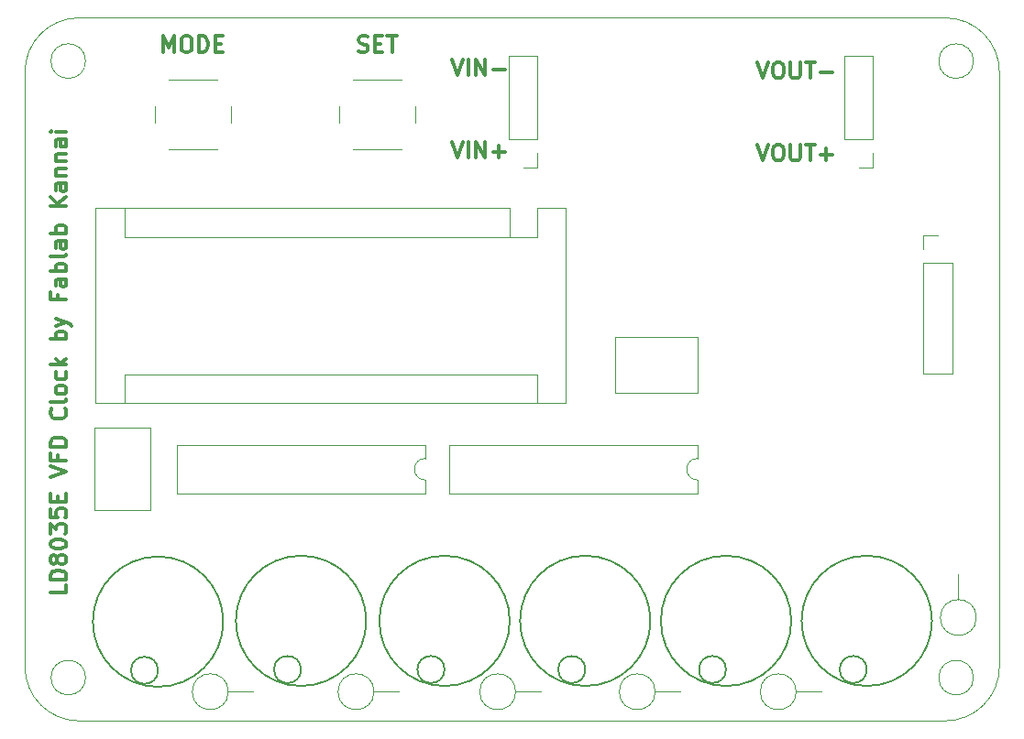
<source format=gto>
G04 #@! TF.FileFunction,Legend,Top*
%FSLAX46Y46*%
G04 Gerber Fmt 4.6, Leading zero omitted, Abs format (unit mm)*
G04 Created by KiCad (PCBNEW 4.0.6) date 07/11/18 12:50:33*
%MOMM*%
%LPD*%
G01*
G04 APERTURE LIST*
%ADD10C,0.100000*%
%ADD11C,0.300000*%
%ADD12C,0.120000*%
%ADD13C,0.150000*%
G04 APERTURE END LIST*
D10*
D11*
X105326571Y-136431141D02*
X105326571Y-137145427D01*
X103826571Y-137145427D01*
X105326571Y-135931141D02*
X103826571Y-135931141D01*
X103826571Y-135573998D01*
X103898000Y-135359713D01*
X104040857Y-135216855D01*
X104183714Y-135145427D01*
X104469429Y-135073998D01*
X104683714Y-135073998D01*
X104969429Y-135145427D01*
X105112286Y-135216855D01*
X105255143Y-135359713D01*
X105326571Y-135573998D01*
X105326571Y-135931141D01*
X104469429Y-134216855D02*
X104398000Y-134359713D01*
X104326571Y-134431141D01*
X104183714Y-134502570D01*
X104112286Y-134502570D01*
X103969429Y-134431141D01*
X103898000Y-134359713D01*
X103826571Y-134216855D01*
X103826571Y-133931141D01*
X103898000Y-133788284D01*
X103969429Y-133716855D01*
X104112286Y-133645427D01*
X104183714Y-133645427D01*
X104326571Y-133716855D01*
X104398000Y-133788284D01*
X104469429Y-133931141D01*
X104469429Y-134216855D01*
X104540857Y-134359713D01*
X104612286Y-134431141D01*
X104755143Y-134502570D01*
X105040857Y-134502570D01*
X105183714Y-134431141D01*
X105255143Y-134359713D01*
X105326571Y-134216855D01*
X105326571Y-133931141D01*
X105255143Y-133788284D01*
X105183714Y-133716855D01*
X105040857Y-133645427D01*
X104755143Y-133645427D01*
X104612286Y-133716855D01*
X104540857Y-133788284D01*
X104469429Y-133931141D01*
X103826571Y-132716856D02*
X103826571Y-132573999D01*
X103898000Y-132431142D01*
X103969429Y-132359713D01*
X104112286Y-132288284D01*
X104398000Y-132216856D01*
X104755143Y-132216856D01*
X105040857Y-132288284D01*
X105183714Y-132359713D01*
X105255143Y-132431142D01*
X105326571Y-132573999D01*
X105326571Y-132716856D01*
X105255143Y-132859713D01*
X105183714Y-132931142D01*
X105040857Y-133002570D01*
X104755143Y-133073999D01*
X104398000Y-133073999D01*
X104112286Y-133002570D01*
X103969429Y-132931142D01*
X103898000Y-132859713D01*
X103826571Y-132716856D01*
X103826571Y-131716856D02*
X103826571Y-130788285D01*
X104398000Y-131288285D01*
X104398000Y-131073999D01*
X104469429Y-130931142D01*
X104540857Y-130859713D01*
X104683714Y-130788285D01*
X105040857Y-130788285D01*
X105183714Y-130859713D01*
X105255143Y-130931142D01*
X105326571Y-131073999D01*
X105326571Y-131502571D01*
X105255143Y-131645428D01*
X105183714Y-131716856D01*
X103826571Y-129431142D02*
X103826571Y-130145428D01*
X104540857Y-130216857D01*
X104469429Y-130145428D01*
X104398000Y-130002571D01*
X104398000Y-129645428D01*
X104469429Y-129502571D01*
X104540857Y-129431142D01*
X104683714Y-129359714D01*
X105040857Y-129359714D01*
X105183714Y-129431142D01*
X105255143Y-129502571D01*
X105326571Y-129645428D01*
X105326571Y-130002571D01*
X105255143Y-130145428D01*
X105183714Y-130216857D01*
X104540857Y-128716857D02*
X104540857Y-128216857D01*
X105326571Y-128002571D02*
X105326571Y-128716857D01*
X103826571Y-128716857D01*
X103826571Y-128002571D01*
X103826571Y-126431143D02*
X105326571Y-125931143D01*
X103826571Y-125431143D01*
X104540857Y-124431143D02*
X104540857Y-124931143D01*
X105326571Y-124931143D02*
X103826571Y-124931143D01*
X103826571Y-124216857D01*
X105326571Y-123645429D02*
X103826571Y-123645429D01*
X103826571Y-123288286D01*
X103898000Y-123074001D01*
X104040857Y-122931143D01*
X104183714Y-122859715D01*
X104469429Y-122788286D01*
X104683714Y-122788286D01*
X104969429Y-122859715D01*
X105112286Y-122931143D01*
X105255143Y-123074001D01*
X105326571Y-123288286D01*
X105326571Y-123645429D01*
X105183714Y-120145429D02*
X105255143Y-120216858D01*
X105326571Y-120431144D01*
X105326571Y-120574001D01*
X105255143Y-120788286D01*
X105112286Y-120931144D01*
X104969429Y-121002572D01*
X104683714Y-121074001D01*
X104469429Y-121074001D01*
X104183714Y-121002572D01*
X104040857Y-120931144D01*
X103898000Y-120788286D01*
X103826571Y-120574001D01*
X103826571Y-120431144D01*
X103898000Y-120216858D01*
X103969429Y-120145429D01*
X105326571Y-119288286D02*
X105255143Y-119431144D01*
X105112286Y-119502572D01*
X103826571Y-119502572D01*
X105326571Y-118502572D02*
X105255143Y-118645430D01*
X105183714Y-118716858D01*
X105040857Y-118788287D01*
X104612286Y-118788287D01*
X104469429Y-118716858D01*
X104398000Y-118645430D01*
X104326571Y-118502572D01*
X104326571Y-118288287D01*
X104398000Y-118145430D01*
X104469429Y-118074001D01*
X104612286Y-118002572D01*
X105040857Y-118002572D01*
X105183714Y-118074001D01*
X105255143Y-118145430D01*
X105326571Y-118288287D01*
X105326571Y-118502572D01*
X105255143Y-116716858D02*
X105326571Y-116859715D01*
X105326571Y-117145429D01*
X105255143Y-117288287D01*
X105183714Y-117359715D01*
X105040857Y-117431144D01*
X104612286Y-117431144D01*
X104469429Y-117359715D01*
X104398000Y-117288287D01*
X104326571Y-117145429D01*
X104326571Y-116859715D01*
X104398000Y-116716858D01*
X105326571Y-116074001D02*
X103826571Y-116074001D01*
X104755143Y-115931144D02*
X105326571Y-115502573D01*
X104326571Y-115502573D02*
X104898000Y-116074001D01*
X105326571Y-113716858D02*
X103826571Y-113716858D01*
X104398000Y-113716858D02*
X104326571Y-113574001D01*
X104326571Y-113288287D01*
X104398000Y-113145430D01*
X104469429Y-113074001D01*
X104612286Y-113002572D01*
X105040857Y-113002572D01*
X105183714Y-113074001D01*
X105255143Y-113145430D01*
X105326571Y-113288287D01*
X105326571Y-113574001D01*
X105255143Y-113716858D01*
X104326571Y-112502572D02*
X105326571Y-112145429D01*
X104326571Y-111788287D02*
X105326571Y-112145429D01*
X105683714Y-112288287D01*
X105755143Y-112359715D01*
X105826571Y-112502572D01*
X104540857Y-109574001D02*
X104540857Y-110074001D01*
X105326571Y-110074001D02*
X103826571Y-110074001D01*
X103826571Y-109359715D01*
X105326571Y-108145430D02*
X104540857Y-108145430D01*
X104398000Y-108216859D01*
X104326571Y-108359716D01*
X104326571Y-108645430D01*
X104398000Y-108788287D01*
X105255143Y-108145430D02*
X105326571Y-108288287D01*
X105326571Y-108645430D01*
X105255143Y-108788287D01*
X105112286Y-108859716D01*
X104969429Y-108859716D01*
X104826571Y-108788287D01*
X104755143Y-108645430D01*
X104755143Y-108288287D01*
X104683714Y-108145430D01*
X105326571Y-107431144D02*
X103826571Y-107431144D01*
X104398000Y-107431144D02*
X104326571Y-107288287D01*
X104326571Y-107002573D01*
X104398000Y-106859716D01*
X104469429Y-106788287D01*
X104612286Y-106716858D01*
X105040857Y-106716858D01*
X105183714Y-106788287D01*
X105255143Y-106859716D01*
X105326571Y-107002573D01*
X105326571Y-107288287D01*
X105255143Y-107431144D01*
X105326571Y-105859715D02*
X105255143Y-106002573D01*
X105112286Y-106074001D01*
X103826571Y-106074001D01*
X105326571Y-104645430D02*
X104540857Y-104645430D01*
X104398000Y-104716859D01*
X104326571Y-104859716D01*
X104326571Y-105145430D01*
X104398000Y-105288287D01*
X105255143Y-104645430D02*
X105326571Y-104788287D01*
X105326571Y-105145430D01*
X105255143Y-105288287D01*
X105112286Y-105359716D01*
X104969429Y-105359716D01*
X104826571Y-105288287D01*
X104755143Y-105145430D01*
X104755143Y-104788287D01*
X104683714Y-104645430D01*
X105326571Y-103931144D02*
X103826571Y-103931144D01*
X104398000Y-103931144D02*
X104326571Y-103788287D01*
X104326571Y-103502573D01*
X104398000Y-103359716D01*
X104469429Y-103288287D01*
X104612286Y-103216858D01*
X105040857Y-103216858D01*
X105183714Y-103288287D01*
X105255143Y-103359716D01*
X105326571Y-103502573D01*
X105326571Y-103788287D01*
X105255143Y-103931144D01*
X105326571Y-101431144D02*
X103826571Y-101431144D01*
X105326571Y-100574001D02*
X104469429Y-101216858D01*
X103826571Y-100574001D02*
X104683714Y-101431144D01*
X105326571Y-99288287D02*
X104540857Y-99288287D01*
X104398000Y-99359716D01*
X104326571Y-99502573D01*
X104326571Y-99788287D01*
X104398000Y-99931144D01*
X105255143Y-99288287D02*
X105326571Y-99431144D01*
X105326571Y-99788287D01*
X105255143Y-99931144D01*
X105112286Y-100002573D01*
X104969429Y-100002573D01*
X104826571Y-99931144D01*
X104755143Y-99788287D01*
X104755143Y-99431144D01*
X104683714Y-99288287D01*
X104326571Y-98574001D02*
X105326571Y-98574001D01*
X104469429Y-98574001D02*
X104398000Y-98502573D01*
X104326571Y-98359715D01*
X104326571Y-98145430D01*
X104398000Y-98002573D01*
X104540857Y-97931144D01*
X105326571Y-97931144D01*
X104326571Y-97216858D02*
X105326571Y-97216858D01*
X104469429Y-97216858D02*
X104398000Y-97145430D01*
X104326571Y-97002572D01*
X104326571Y-96788287D01*
X104398000Y-96645430D01*
X104540857Y-96574001D01*
X105326571Y-96574001D01*
X105326571Y-95216858D02*
X104540857Y-95216858D01*
X104398000Y-95288287D01*
X104326571Y-95431144D01*
X104326571Y-95716858D01*
X104398000Y-95859715D01*
X105255143Y-95216858D02*
X105326571Y-95359715D01*
X105326571Y-95716858D01*
X105255143Y-95859715D01*
X105112286Y-95931144D01*
X104969429Y-95931144D01*
X104826571Y-95859715D01*
X104755143Y-95716858D01*
X104755143Y-95359715D01*
X104683714Y-95216858D01*
X105326571Y-94502572D02*
X104326571Y-94502572D01*
X103826571Y-94502572D02*
X103898000Y-94574001D01*
X103969429Y-94502572D01*
X103898000Y-94431144D01*
X103826571Y-94502572D01*
X103969429Y-94502572D01*
X169148571Y-95698571D02*
X169648571Y-97198571D01*
X170148571Y-95698571D01*
X170934285Y-95698571D02*
X171219999Y-95698571D01*
X171362857Y-95770000D01*
X171505714Y-95912857D01*
X171577142Y-96198571D01*
X171577142Y-96698571D01*
X171505714Y-96984286D01*
X171362857Y-97127143D01*
X171219999Y-97198571D01*
X170934285Y-97198571D01*
X170791428Y-97127143D01*
X170648571Y-96984286D01*
X170577142Y-96698571D01*
X170577142Y-96198571D01*
X170648571Y-95912857D01*
X170791428Y-95770000D01*
X170934285Y-95698571D01*
X172220000Y-95698571D02*
X172220000Y-96912857D01*
X172291428Y-97055714D01*
X172362857Y-97127143D01*
X172505714Y-97198571D01*
X172791428Y-97198571D01*
X172934286Y-97127143D01*
X173005714Y-97055714D01*
X173077143Y-96912857D01*
X173077143Y-95698571D01*
X173577143Y-95698571D02*
X174434286Y-95698571D01*
X174005715Y-97198571D02*
X174005715Y-95698571D01*
X174934286Y-96627143D02*
X176077143Y-96627143D01*
X175505714Y-97198571D02*
X175505714Y-96055714D01*
X169148571Y-88078571D02*
X169648571Y-89578571D01*
X170148571Y-88078571D01*
X170934285Y-88078571D02*
X171219999Y-88078571D01*
X171362857Y-88150000D01*
X171505714Y-88292857D01*
X171577142Y-88578571D01*
X171577142Y-89078571D01*
X171505714Y-89364286D01*
X171362857Y-89507143D01*
X171219999Y-89578571D01*
X170934285Y-89578571D01*
X170791428Y-89507143D01*
X170648571Y-89364286D01*
X170577142Y-89078571D01*
X170577142Y-88578571D01*
X170648571Y-88292857D01*
X170791428Y-88150000D01*
X170934285Y-88078571D01*
X172220000Y-88078571D02*
X172220000Y-89292857D01*
X172291428Y-89435714D01*
X172362857Y-89507143D01*
X172505714Y-89578571D01*
X172791428Y-89578571D01*
X172934286Y-89507143D01*
X173005714Y-89435714D01*
X173077143Y-89292857D01*
X173077143Y-88078571D01*
X173577143Y-88078571D02*
X174434286Y-88078571D01*
X174005715Y-89578571D02*
X174005715Y-88078571D01*
X174934286Y-89007143D02*
X176077143Y-89007143D01*
X140938571Y-95444571D02*
X141438571Y-96944571D01*
X141938571Y-95444571D01*
X142438571Y-96944571D02*
X142438571Y-95444571D01*
X143152857Y-96944571D02*
X143152857Y-95444571D01*
X144010000Y-96944571D01*
X144010000Y-95444571D01*
X144724286Y-96373143D02*
X145867143Y-96373143D01*
X145295714Y-96944571D02*
X145295714Y-95801714D01*
X140938571Y-87824571D02*
X141438571Y-89324571D01*
X141938571Y-87824571D01*
X142438571Y-89324571D02*
X142438571Y-87824571D01*
X143152857Y-89324571D02*
X143152857Y-87824571D01*
X144010000Y-89324571D01*
X144010000Y-87824571D01*
X144724286Y-88753143D02*
X145867143Y-88753143D01*
X132321429Y-87107143D02*
X132535715Y-87178571D01*
X132892858Y-87178571D01*
X133035715Y-87107143D01*
X133107144Y-87035714D01*
X133178572Y-86892857D01*
X133178572Y-86750000D01*
X133107144Y-86607143D01*
X133035715Y-86535714D01*
X132892858Y-86464286D01*
X132607144Y-86392857D01*
X132464286Y-86321429D01*
X132392858Y-86250000D01*
X132321429Y-86107143D01*
X132321429Y-85964286D01*
X132392858Y-85821429D01*
X132464286Y-85750000D01*
X132607144Y-85678571D01*
X132964286Y-85678571D01*
X133178572Y-85750000D01*
X133821429Y-86392857D02*
X134321429Y-86392857D01*
X134535715Y-87178571D02*
X133821429Y-87178571D01*
X133821429Y-85678571D01*
X134535715Y-85678571D01*
X134964286Y-85678571D02*
X135821429Y-85678571D01*
X135392858Y-87178571D02*
X135392858Y-85678571D01*
X114285714Y-87178571D02*
X114285714Y-85678571D01*
X114785714Y-86750000D01*
X115285714Y-85678571D01*
X115285714Y-87178571D01*
X116285714Y-85678571D02*
X116571428Y-85678571D01*
X116714286Y-85750000D01*
X116857143Y-85892857D01*
X116928571Y-86178571D01*
X116928571Y-86678571D01*
X116857143Y-86964286D01*
X116714286Y-87107143D01*
X116571428Y-87178571D01*
X116285714Y-87178571D01*
X116142857Y-87107143D01*
X116000000Y-86964286D01*
X115928571Y-86678571D01*
X115928571Y-86178571D01*
X116000000Y-85892857D01*
X116142857Y-85750000D01*
X116285714Y-85678571D01*
X117571429Y-87178571D02*
X117571429Y-85678571D01*
X117928572Y-85678571D01*
X118142857Y-85750000D01*
X118285715Y-85892857D01*
X118357143Y-86035714D01*
X118428572Y-86321429D01*
X118428572Y-86535714D01*
X118357143Y-86821429D01*
X118285715Y-86964286D01*
X118142857Y-87107143D01*
X117928572Y-87178571D01*
X117571429Y-87178571D01*
X119071429Y-86392857D02*
X119571429Y-86392857D01*
X119785715Y-87178571D02*
X119071429Y-87178571D01*
X119071429Y-85678571D01*
X119785715Y-85678571D01*
D10*
X106500000Y-83996400D02*
X186500000Y-83996400D01*
X101500000Y-88996400D02*
G75*
G02X106500000Y-83996400I5000000J0D01*
G01*
X101500000Y-143996400D02*
X101500000Y-88996400D01*
X106500000Y-148996400D02*
G75*
G02X101500000Y-143996400I0J5000000D01*
G01*
X186500000Y-148996400D02*
X106500000Y-148996400D01*
X191500000Y-143996400D02*
G75*
G02X186500000Y-148996400I-5000000J0D01*
G01*
X191500000Y-88996400D02*
X191500000Y-143996400D01*
X186500000Y-83996400D02*
G75*
G02X191500000Y-88996400I0J-5000000D01*
G01*
X189100001Y-87996399D02*
G75*
G03X189100001Y-87996399I-1600000J0D01*
G01*
X107100000Y-144996400D02*
G75*
G03X107100000Y-144996400I-1600000J0D01*
G01*
X189100001Y-144996400D02*
G75*
G03X189100001Y-144996400I-1600000J0D01*
G01*
X107100000Y-87996399D02*
G75*
G03X107100000Y-87996399I-1600000J0D01*
G01*
D12*
X146230000Y-104270000D02*
X148770000Y-104270000D01*
X148770000Y-104270000D02*
X148770000Y-101600000D01*
X146230000Y-101600000D02*
X108000000Y-101600000D01*
X151440000Y-101600000D02*
X148770000Y-101600000D01*
X148770000Y-116970000D02*
X148770000Y-119640000D01*
X148770000Y-116970000D02*
X110670000Y-116970000D01*
X110670000Y-116970000D02*
X110670000Y-119640000D01*
X146230000Y-104270000D02*
X146230000Y-101600000D01*
X146230000Y-104270000D02*
X110670000Y-104270000D01*
X110670000Y-104270000D02*
X110670000Y-101600000D01*
X108000000Y-101600000D02*
X108000000Y-119640000D01*
X108000000Y-119640000D02*
X151440000Y-119640000D01*
X151440000Y-119640000D02*
X151440000Y-101600000D01*
X113050000Y-121880000D02*
X113050000Y-129500000D01*
X107930000Y-121880000D02*
X107930000Y-129500000D01*
X113050000Y-121880000D02*
X107930000Y-121880000D01*
X113050000Y-129500000D02*
X107930000Y-129500000D01*
X163616000Y-118638000D02*
X155996000Y-118638000D01*
X163616000Y-113518000D02*
X155996000Y-113518000D01*
X163616000Y-118638000D02*
X163616000Y-113518000D01*
X155996000Y-118638000D02*
X155996000Y-113518000D01*
X184471000Y-116900000D02*
X187131000Y-116900000D01*
X184471000Y-106680000D02*
X184471000Y-116900000D01*
X187131000Y-106680000D02*
X187131000Y-116900000D01*
X184471000Y-106680000D02*
X187131000Y-106680000D01*
X184471000Y-105410000D02*
X184471000Y-104080000D01*
X184471000Y-104080000D02*
X185801000Y-104080000D01*
X114792000Y-96178000D02*
X119292000Y-96178000D01*
X113542000Y-92178000D02*
X113542000Y-93678000D01*
X119292000Y-89678000D02*
X114792000Y-89678000D01*
X120542000Y-93678000D02*
X120542000Y-92178000D01*
X131810000Y-96178000D02*
X136310000Y-96178000D01*
X130560000Y-92178000D02*
X130560000Y-93678000D01*
X136310000Y-89678000D02*
X131810000Y-89678000D01*
X137560000Y-93678000D02*
X137560000Y-92178000D01*
X163636000Y-126730000D02*
G75*
G02X163636000Y-124730000I0J1000000D01*
G01*
X163636000Y-124730000D02*
X163636000Y-123480000D01*
X163636000Y-123480000D02*
X140656000Y-123480000D01*
X140656000Y-123480000D02*
X140656000Y-127980000D01*
X140656000Y-127980000D02*
X163636000Y-127980000D01*
X163636000Y-127980000D02*
X163636000Y-126730000D01*
X138490000Y-126730000D02*
G75*
G02X138490000Y-124730000I0J1000000D01*
G01*
X138490000Y-124730000D02*
X138490000Y-123480000D01*
X138490000Y-123480000D02*
X115510000Y-123480000D01*
X115510000Y-123480000D02*
X115510000Y-127980000D01*
X115510000Y-127980000D02*
X138490000Y-127980000D01*
X138490000Y-127980000D02*
X138490000Y-126730000D01*
X148830000Y-87550000D02*
X146170000Y-87550000D01*
X148830000Y-95230000D02*
X148830000Y-87550000D01*
X146170000Y-95230000D02*
X146170000Y-87550000D01*
X148830000Y-95230000D02*
X146170000Y-95230000D01*
X148830000Y-96500000D02*
X148830000Y-97830000D01*
X148830000Y-97830000D02*
X147500000Y-97830000D01*
X179830000Y-87550000D02*
X177170000Y-87550000D01*
X179830000Y-95230000D02*
X179830000Y-87550000D01*
X177170000Y-95230000D02*
X177170000Y-87550000D01*
X179830000Y-95230000D02*
X177170000Y-95230000D01*
X179830000Y-96500000D02*
X179830000Y-97830000D01*
X179830000Y-97830000D02*
X178500000Y-97830000D01*
D13*
X179250000Y-144250000D02*
G75*
G03X179250000Y-144250000I-1250000J0D01*
G01*
X185270797Y-139750000D02*
G75*
G03X185270797Y-139750000I-6020797J0D01*
G01*
X166250000Y-144250000D02*
G75*
G03X166250000Y-144250000I-1250000J0D01*
G01*
X172270797Y-139750000D02*
G75*
G03X172270797Y-139750000I-6020797J0D01*
G01*
X153250000Y-144250000D02*
G75*
G03X153250000Y-144250000I-1250000J0D01*
G01*
X159270797Y-139750000D02*
G75*
G03X159270797Y-139750000I-6020797J0D01*
G01*
X140250000Y-144250000D02*
G75*
G03X140250000Y-144250000I-1250000J0D01*
G01*
X146270797Y-139750000D02*
G75*
G03X146270797Y-139750000I-6020797J0D01*
G01*
X127000000Y-144250000D02*
G75*
G03X127000000Y-144250000I-1250000J0D01*
G01*
X133020797Y-139750000D02*
G75*
G03X133020797Y-139750000I-6020797J0D01*
G01*
X113792000Y-144327000D02*
G75*
G03X113792000Y-144327000I-1250000J0D01*
G01*
X119812797Y-139827000D02*
G75*
G03X119812797Y-139827000I-6020797J0D01*
G01*
D12*
X189366000Y-139446000D02*
G75*
G03X189366000Y-139446000I-1660000J0D01*
G01*
X187706000Y-137786000D02*
X187706000Y-135466000D01*
X172729000Y-146304000D02*
G75*
G03X172729000Y-146304000I-1660000J0D01*
G01*
X172729000Y-146304000D02*
X175049000Y-146304000D01*
X159711500Y-146304000D02*
G75*
G03X159711500Y-146304000I-1660000J0D01*
G01*
X159711500Y-146304000D02*
X162031500Y-146304000D01*
X146821000Y-146304000D02*
G75*
G03X146821000Y-146304000I-1660000J0D01*
G01*
X146821000Y-146304000D02*
X149141000Y-146304000D01*
X133740000Y-146304000D02*
G75*
G03X133740000Y-146304000I-1660000J0D01*
G01*
X133740000Y-146304000D02*
X136060000Y-146304000D01*
X120278000Y-146304000D02*
G75*
G03X120278000Y-146304000I-1660000J0D01*
G01*
X120278000Y-146304000D02*
X122598000Y-146304000D01*
M02*

</source>
